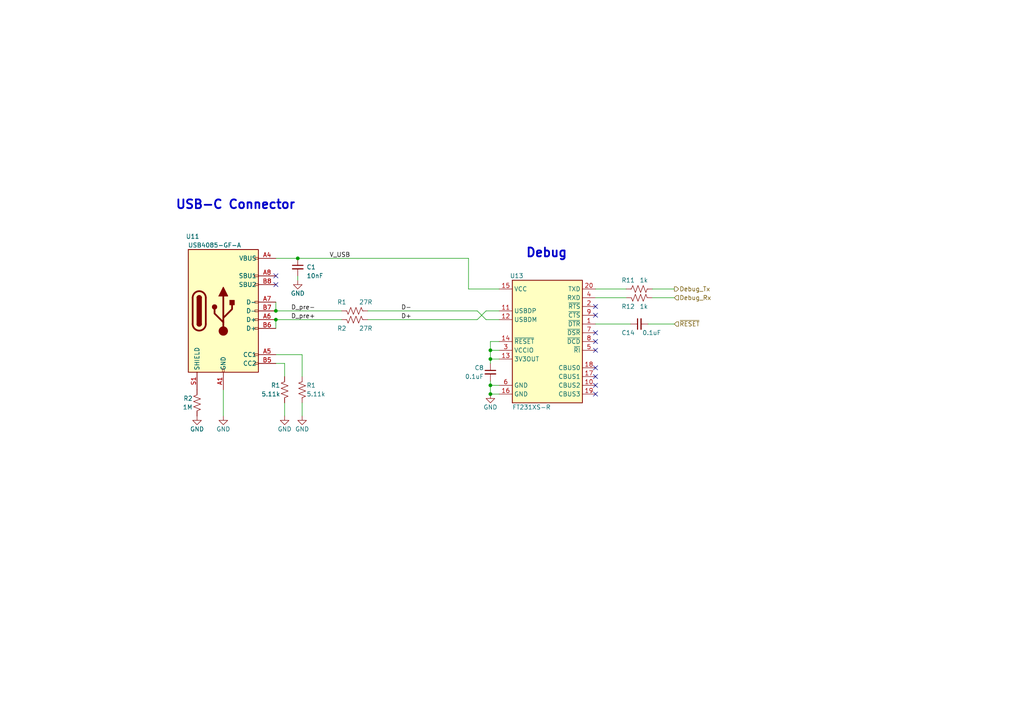
<source format=kicad_sch>
(kicad_sch (version 20230121) (generator eeschema)
  (paper "A4")
  (lib_symbols
    (symbol "0_libSyms_GBA:USB-C_connector_alt"
      (property "Reference" "U" (at -2.54 -2.54 0))
      (symbol "USB-C_connector_alt_0_0"
        (rectangle (start 9.906 0) (end 10.414 1.016))
        (rectangle (start 20.32 2.794) (end 19.304 2.286))
        (rectangle (start 20.32 5.334) (end 19.304 4.826))
        (rectangle (start 20.32 12.954) (end 19.304 12.446))
        (rectangle (start 20.32 15.494) (end 19.304 14.986))
        (rectangle (start 20.32 18.034) (end 19.304 17.526))
        (rectangle (start 20.32 20.574) (end 19.304 20.066))
        (rectangle (start 20.32 25.654) (end 19.304 25.146))
        (rectangle (start 20.32 28.194) (end 19.304 27.686))
        (rectangle (start 20.32 33.274) (end 19.304 32.766))
      )
      (symbol "USB-C_connector_alt_0_1"
        (polyline (pts (xy 1.27 13.97) (xy 1.27 21.59)) (stroke (width 0.508)))
        (polyline (pts (xy 5.08 21.59) (xy 5.08 13.97)) (stroke (width 0.508)))
        (polyline (pts (xy 10.16 11.938) (xy 10.16 22.098)) (stroke (width 0.508)))
        (polyline (pts (xy 10.16 14.478) (xy 7.62 17.018) (xy 7.62 18.288)) (stroke (width 0.508)))
        (polyline (pts (xy 10.16 15.748) (xy 12.7 18.288) (xy 12.7 19.558)) (stroke (width 0.508)))
        (polyline (pts (xy 8.89 22.098) (xy 10.16 24.638) (xy 11.43 22.098) (xy 8.89 22.098)) (stroke (width 0.254)) (fill (type outline)))
        (rectangle (start 0 35.56) (end 20.32 0) (stroke (width 0.254)) (fill (type background)))
        (arc (start 1.27 13.97) (mid 3.175 12.0733) (end 5.08 13.97) (stroke (width 0.508)))
        (arc (start 2.54 13.97) (mid 3.175 13.3377) (end 3.81 13.97) (stroke (width 0.254)))
        (arc (start 2.54 13.97) (mid 3.175 13.3377) (end 3.81 13.97) (stroke (width 0.254)) (fill (type outline)))
        (rectangle (start 2.54 13.97) (end 3.81 21.59) (stroke (width 0.254)) (fill (type outline)))
        (arc (start 3.81 21.59) (mid 3.175 22.2223) (end 2.54 21.59) (stroke (width 0.254)))
        (arc (start 3.81 21.59) (mid 3.175 22.2223) (end 2.54 21.59) (stroke (width 0.254)) (fill (type outline)))
        (arc (start 5.08 21.59) (mid 3.175 23.4867) (end 1.27 21.59) (stroke (width 0.508)))
        (circle (center 7.62 18.923) (radius 0.635) (stroke (width 0.254)) (fill (type outline)))
        (circle (center 10.16 11.938) (radius 1.27) (fill (type outline)))
        (rectangle (start 12.065 19.558) (end 13.335 20.828) (stroke (width 0.254)) (fill (type outline)))
      )
      (symbol "USB-C_connector_alt_1_1"
        (pin passive line (at 10.16 -5.08 90) (length 5.08) (name "GND") (number "A1"))
        (pin passive line (at 10.16 -5.08 90) (length 5.08) hide (name "GND") (number "A12"))
        (pin passive line (at 25.4 33.02 180) (length 5.08) (name "VBUS") (number "A4"))
        (pin bidirectional line (at 25.4 5.08 180) (length 5.08) (name "CC1") (number "A5"))
        (pin bidirectional line (at 25.4 15.24 180) (length 5.08) (name "D+") (number "A6"))
        (pin bidirectional line (at 25.4 20.32 180) (length 5.08) (name "D-") (number "A7"))
        (pin bidirectional line (at 25.4 27.94 180) (length 5.08) (name "SBU1") (number "A8"))
        (pin passive line (at 25.4 33.02 180) (length 5.08) hide (name "VBUS") (number "A9"))
        (pin passive line (at 10.16 -5.08 90) (length 5.08) hide (name "GND") (number "B1"))
        (pin passive line (at 10.16 -5.08 90) (length 5.08) hide (name "GND") (number "B12"))
        (pin passive line (at 25.4 33.02 180) (length 5.08) hide (name "VBUS") (number "B4"))
        (pin bidirectional line (at 25.4 2.54 180) (length 5.08) (name "CC2") (number "B5"))
        (pin bidirectional line (at 25.4 12.7 180) (length 5.08) (name "D+") (number "B6"))
        (pin bidirectional line (at 25.4 17.78 180) (length 5.08) (name "D-") (number "B7"))
        (pin bidirectional line (at 25.4 25.4 180) (length 5.08) (name "SBU2") (number "B8"))
        (pin passive line (at 25.4 33.02 180) (length 5.08) hide (name "VBUS") (number "B9"))
        (pin passive line (at 2.54 -5.08 90) (length 5.08) (name "SHIELD") (number "S1"))
      )
    )
    (symbol "0_libSyms_GBA:USB_working"
      (property "Reference" "U" (at 1.27 36.83 0))
      (symbol "USB_working_0_1"
        (rectangle (start 0 35.56) (end 20.32 0) (stroke (width 0.254)) (fill (type background)))
      )
      (symbol "USB_working_1_1"
        (pin output line (at 24.13 22.86 180) (length 3.81) (name "~{DTR}") (number "1"))
        (pin bidirectional line (at 24.13 5.08 180) (length 3.81) (name "CBUS2") (number "10"))
        (pin bidirectional line (at -3.81 26.67 0) (length 3.81) (name "USBDP") (number "11"))
        (pin bidirectional line (at -3.81 24.13 0) (length 3.81) (name "USBDM") (number "12"))
        (pin power_out line (at -3.81 12.7 0) (length 3.81) (name "3V3OUT") (number "13"))
        (pin input line (at -3.81 17.78 0) (length 3.81) (name "~{RESET}") (number "14"))
        (pin power_in line (at -3.81 33.02 0) (length 3.81) (name "VCC") (number "15"))
        (pin power_in line (at -3.81 2.54 0) (length 3.81) (name "GND") (number "16"))
        (pin bidirectional line (at 24.13 7.62 180) (length 3.81) (name "CBUS1") (number "17"))
        (pin bidirectional line (at 24.13 10.16 180) (length 3.81) (name "CBUS0") (number "18"))
        (pin bidirectional line (at 24.13 2.54 180) (length 3.81) (name "CBUS3") (number "19"))
        (pin output line (at 24.13 27.94 180) (length 3.81) (name "~{RTS}") (number "2"))
        (pin output line (at 24.13 33.02 180) (length 3.81) (name "TXD") (number "20"))
        (pin power_in line (at -3.81 15.24 0) (length 3.81) (name "VCCIO") (number "3"))
        (pin input line (at 24.13 30.48 180) (length 3.81) (name "RXD") (number "4"))
        (pin input line (at 24.13 15.24 180) (length 3.81) (name "~{RI}") (number "5"))
        (pin power_in line (at -3.81 5.08 0) (length 3.81) (name "GND") (number "6"))
        (pin input line (at 24.13 20.32 180) (length 3.81) (name "~{DSR}") (number "7"))
        (pin input line (at 24.13 17.78 180) (length 3.81) (name "~{DCD}") (number "8"))
        (pin input line (at 24.13 25.4 180) (length 3.81) (name "~{CTS}") (number "9"))
      )
    )
    (symbol "Device:C_Small" (pin_numbers hide) (pin_names (offset 0.254) hide)
      (property "Reference" "C" (at 0.254 1.778 0))
      (property "Value" "C_Small" (at 0.254 -2.032 0))
      (symbol "C_Small_0_1"
        (polyline (pts (xy -1.524 -0.508) (xy 1.524 -0.508)) (stroke (width 0.3302)))
        (polyline (pts (xy -1.524 0.508) (xy 1.524 0.508)) (stroke (width 0.3048)))
      )
      (symbol "C_Small_1_1"
        (pin passive line (at 0 2.54 270) (length 2.032) (name "~") (number "1"))
        (pin passive line (at 0 -2.54 90) (length 2.032) (name "~") (number "2"))
      )
    )
    (symbol "Device:R_US" (pin_numbers hide) (pin_names (offset 0))
      (property "Reference" "R" (at 2.54 0 90))
      (property "Value" "R_US" (at -2.54 0 90))
      (symbol "R_US_0_1"
        (polyline (pts (xy 0 -2.286) (xy 0 -2.54)))
        (polyline (pts (xy 0 2.286) (xy 0 2.54)))
        (polyline (pts (xy 0 -0.762) (xy 1.016 -1.143) (xy 0 -1.524) (xy -1.016 -1.905) (xy 0 -2.286)))
        (polyline (pts (xy 0 0.762) (xy 1.016 0.381) (xy 0 0) (xy -1.016 -0.381) (xy 0 -0.762)))
        (polyline (pts (xy 0 2.286) (xy 1.016 1.905) (xy 0 1.524) (xy -1.016 1.143) (xy 0 0.762)))
      )
      (symbol "R_US_1_1"
        (pin passive line (at 0 3.81 270) (length 1.27) (name "~") (number "1"))
        (pin passive line (at 0 -3.81 90) (length 1.27) (name "~") (number "2"))
      )
    )
    (symbol "power:GND" (power) (pin_names (offset 0))
      (property "Value" "GND" (at 0 -3.81 0))
      (symbol "GND_0_1"
        (polyline (pts (xy 0 0) (xy 0 -1.27) (xy 1.27 -1.27) (xy 0 -2.54) (xy -1.27 -1.27) (xy 0 -1.27)))
      )
      (symbol "GND_1_1"
        (pin power_in line (at 0 0 270) (length 0) hide (name "GND") (number "1"))
      )
    )
  )
  (junction (at 80.01 90.17))
  (junction (at 86.36 74.93))
  (junction (at 142.24 104.14))
  (junction (at 142.24 101.6))
  (junction (at 80.01 92.71))
  (junction (at 142.24 111.76))
  (junction (at 142.24 114.3))
  (no_connect (at 172.72 101.6))
  (no_connect (at 172.72 91.44))
  (no_connect (at 172.72 99.06))
  (no_connect (at 172.72 88.9))
  (no_connect (at 172.72 111.76))
  (no_connect (at 172.72 114.3))
  (no_connect (at 80.01 80.01))
  (no_connect (at 172.72 109.22))
  (no_connect (at 80.01 82.55))
  (no_connect (at 172.72 96.52))
  (no_connect (at 172.72 106.68))
  (wire (pts (xy 64.77 113.03) (xy 64.77 120.65)))
  (wire (pts (xy 82.55 116.84) (xy 82.55 120.65)))
  (wire (pts (xy 87.63 102.87) (xy 87.63 109.22)))
  (wire (pts (xy 144.78 99.06) (xy 142.24 99.06)))
  (wire (pts (xy 144.78 90.17) (xy 140.97 90.17)))
  (wire (pts (xy 87.63 116.84) (xy 87.63 120.65)))
  (wire (pts (xy 140.97 90.17) (xy 138.43 92.71)))
  (wire (pts (xy 142.24 99.06) (xy 142.24 101.6)))
  (wire (pts (xy 144.78 114.3) (xy 142.24 114.3)))
  (wire (pts (xy 80.01 92.71) (xy 80.01 95.25)))
  (wire (pts (xy 142.24 101.6) (xy 142.24 104.14)))
  (wire (pts (xy 189.23 83.82) (xy 195.58 83.82)))
  (wire (pts (xy 142.24 104.14) (xy 142.24 105.41)))
  (wire (pts (xy 144.78 104.14) (xy 142.24 104.14)))
  (wire (pts (xy 86.36 74.93) (xy 135.89 74.93)))
  (wire (pts (xy 142.24 114.3) (xy 142.24 111.76)))
  (wire (pts (xy 144.78 101.6) (xy 142.24 101.6)))
  (wire (pts (xy 187.96 93.98) (xy 195.58 93.98)))
  (wire (pts (xy 86.36 80.01) (xy 86.36 81.28)))
  (wire (pts (xy 80.01 87.63) (xy 80.01 90.17)))
  (wire (pts (xy 144.78 83.82) (xy 135.89 83.82)))
  (wire (pts (xy 82.55 105.41) (xy 82.55 109.22)))
  (wire (pts (xy 189.23 86.36) (xy 195.58 86.36)))
  (wire (pts (xy 135.89 83.82) (xy 135.89 74.93)))
  (wire (pts (xy 144.78 111.76) (xy 142.24 111.76)))
  (wire (pts (xy 80.01 102.87) (xy 87.63 102.87)))
  (wire (pts (xy 172.72 86.36) (xy 181.61 86.36)))
  (wire (pts (xy 172.72 93.98) (xy 182.88 93.98)))
  (wire (pts (xy 80.01 92.71) (xy 99.06 92.71)))
  (wire (pts (xy 106.68 92.71) (xy 138.43 92.71)))
  (wire (pts (xy 80.01 90.17) (xy 99.06 90.17)))
  (wire (pts (xy 80.01 74.93) (xy 86.36 74.93)))
  (wire (pts (xy 140.97 92.71) (xy 138.43 90.17)))
  (wire (pts (xy 172.72 83.82) (xy 181.61 83.82)))
  (wire (pts (xy 142.24 111.76) (xy 142.24 110.49)))
  (wire (pts (xy 80.01 105.41) (xy 82.55 105.41)))
  (wire (pts (xy 144.78 92.71) (xy 140.97 92.71)))
  (wire (pts (xy 106.68 90.17) (xy 138.43 90.17)))
  (text "Debug" (at 152.4 74.93 0) (effects (font (size 2.54 2.54) bold) (justify left bottom)))
  (text "USB-C Connector" (at 50.8 60.96 0) (effects (font (size 2.54 2.54) bold) (justify left bottom)))
  (label "D_pre-" (at 91.44 90.17 180))
  (label "D_pre+" (at 91.44 92.71 180))
  (label "D-" (at 119.38 90.17 180))
  (label "D+" (at 119.38 92.71 180))
  (label "V_USB" (at 101.6 74.93 180))
  (hierarchical_label "Debug_Tx" (shape output) (at 195.58 83.82 0))
  (hierarchical_label "Debug_Rx" (shape input) (at 195.58 86.36 0))
  (hierarchical_label "~{RESET}" (shape input) (at 195.58 93.98 0))
  (symbol (lib_id "Device:C_Small") (at 86.36 77.47 0) (unit 1)
    (property "Reference" "C1" (at 88.9 77.47 0) (effects (justify left)))
    (property "Value" "10nF" (at 88.9 80.01 0) (effects (justify left)))
    (property "Footprint" "Capacitor_SMD:C_0603_1608Metric_Pad1.08x0.95mm_HandSolder" (effects hide))
    (instances (project "GBA_Cartridge" (path "" (reference "C1") (unit 1)) (path "" (reference "C11") (unit 1))) (project "create 3 baseboard" (path "" (reference "C14") (unit 1))))
  )
  (symbol (lib_id "0_libSyms_GBA:USB-C_connector_alt") (at 54.61 107.95 0) (unit 1)
    (property "Reference" "U11" (at 55.88 68.58 0))
    (property "Value" "USB4085-GF-A" (at 62.23 71.12 0))
    (property "Footprint" "0_Library:USB-C" (effects hide))
  )
  (symbol (lib_id "Device:R_US") (at 87.63 113.03 0) (mirror x) (unit 1)
    (property "Reference" "R1" (at 88.9 111.76 0) (effects (justify left)))
    (property "Value" "5.11k" (at 88.9 114.3 0) (effects (justify left)))
    (property "Footprint" "Resistor_SMD:R_0805_2012Metric_Pad1.20x1.40mm_HandSolder" (effects hide))
    (instances (project "GBA_Cartridge" (path "" (reference "R1") (unit 1)) (path "" (reference "R13") (unit 1))) (project "create 3 baseboard" (path "" (reference "R10") (unit 1)) (path "" (reference "R15") (unit 1))))
  )
  (symbol (lib_id "power:GND") (at 82.55 120.65 0) (unit 1)
    (property "Reference" "#PWR03" (effects hide))
    (property "Value" "GND" (at 82.55 124.46 0))
    (instances (project "GBA_Cartridge" (path "" (reference "#PWR03") (unit 1)) (path "" (reference "#PWR046") (unit 1))) (project "create 3 baseboard" (path "" (reference "#PWR019") (unit 1))))
  )
  (symbol (lib_id "Device:R_US") (at 185.42 83.82 90) (unit 1)
    (property "Reference" "R11" (at 184.15 81.28 90) (effects (justify left)))
    (property "Value" "1k" (at 187.96 81.28 90) (effects (justify left)))
    (property "Footprint" "Resistor_SMD:R_0805_2012Metric_Pad1.20x1.40mm_HandSolder" (effects hide))
    (instances (project "TTL_tester" (path "" (reference "R11") (unit 1))) (project "GBA_Cartridge" (path "" (reference "R18") (unit 1))) (project "topNotch_tester" (path "" (reference "R14") (unit 1))))
  )
  (symbol (lib_id "Device:C_Small") (at 185.42 93.98 90) (mirror x) (unit 1)
    (property "Reference" "C14" (at 184.15 96.52 90) (effects (justify left)))
    (property "Value" "0.1uF" (at 191.77 96.52 90) (effects (justify left)))
    (property "Footprint" "Capacitor_SMD:C_0603_1608Metric_Pad1.08x0.95mm_HandSolder" (effects hide))
    (instances (project "TTL_tester" (path "" (reference "C14") (unit 1))) (project "GBA_Cartridge" (path "" (reference "C18") (unit 1))) (project "topNotch_tester" (path "" (reference "C32") (unit 1))))
  )
  (symbol (lib_id "power:GND") (at 142.24 114.3 0) (unit 1)
    (property "Reference" "#PWR039" (effects hide))
    (property "Value" "GND" (at 142.24 118.11 0))
    (instances (project "TTL_tester" (path "" (reference "#PWR039") (unit 1))) (project "GBA_Cartridge" (path "" (reference "#PWR055") (unit 1))) (project "topNotch_tester" (path "" (reference "#PWR072") (unit 1))))
  )
  (symbol (lib_id "0_libSyms_GBA:USB_working") (at 148.59 116.84 0) (unit 1)
    (property "Reference" "U13" (at 149.86 80.01 0))
    (property "Value" "FT231XS-R" (at 148.59 118.11 0) (effects (justify left)))
    (property "Footprint" "Package_SO:SSOP-20_3.9x8.7mm_P0.635mm" (effects hide))
  )
  (symbol (lib_id "Device:R_US") (at 57.15 116.84 0) (mirror x) (unit 1)
    (property "Reference" "R2" (at 55.88 115.57 0) (effects (justify right)))
    (property "Value" "1M" (at 55.88 118.11 0) (effects (justify right)))
    (property "Footprint" "Resistor_SMD:R_0805_2012Metric_Pad1.20x1.40mm_HandSolder" (effects hide))
    (instances (project "GBA_Cartridge" (path "" (reference "R2") (unit 1)) (path "" (reference "R11") (unit 1))) (project "create 3 baseboard" (path "" (reference "R10") (unit 1)) (path "" (reference "R16") (unit 1))))
  )
  (symbol (lib_id "power:GND") (at 86.36 81.28 0) (unit 1)
    (property "Reference" "#PWR04" (effects hide))
    (property "Value" "GND" (at 86.36 85.09 0))
    (instances (project "GBA_Cartridge" (path "" (reference "#PWR04") (unit 1)) (path "" (reference "#PWR047") (unit 1))) (project "create 3 baseboard" (path "" (reference "#PWR052") (unit 1))))
  )
  (symbol (lib_id "Device:C_Small") (at 142.24 107.95 0) (mirror y) (unit 1)
    (property "Reference" "C8" (at 140.335 106.68 0) (effects (justify left)))
    (property "Value" "0.1uF" (at 140.335 109.22 0) (effects (justify left)))
    (property "Footprint" "Capacitor_SMD:C_0603_1608Metric_Pad1.08x0.95mm_HandSolder" (effects hide))
    (instances (project "TTL_tester" (path "" (reference "C8") (unit 1)) (path "" (reference "C18") (unit 1))) (project "GBA_Cartridge" (path "" (reference "C17") (unit 1))) (project "topNotch_tester" (path "" (reference "C21") (unit 1))))
  )
  (symbol (lib_id "power:GND") (at 64.77 120.65 0) (unit 1)
    (property "Reference" "#PWR03" (effects hide))
    (property "Value" "GND" (at 64.77 124.46 0))
    (instances (project "GBA_Cartridge" (path "" (reference "#PWR03") (unit 1)) (path "" (reference "#PWR045") (unit 1))) (project "create 3 baseboard" (path "" (reference "#PWR019") (unit 1))))
  )
  (symbol (lib_id "Device:R_US") (at 185.42 86.36 90) (mirror x) (unit 1)
    (property "Reference" "R12" (at 184.15 88.9 90) (effects (justify left)))
    (property "Value" "1k" (at 187.96 88.9 90) (effects (justify left)))
    (property "Footprint" "Resistor_SMD:R_0805_2012Metric_Pad1.20x1.40mm_HandSolder" (effects hide))
    (instances (project "TTL_tester" (path "" (reference "R12") (unit 1))) (project "GBA_Cartridge" (path "" (reference "R19") (unit 1))) (project "topNotch_tester" (path "" (reference "R15") (unit 1))))
  )
  (symbol (lib_id "Device:R_US") (at 102.87 90.17 90) (mirror x) (unit 1)
    (property "Reference" "R1" (at 97.79 87.63 90) (effects (justify right)))
    (property "Value" "27R" (at 104.14 87.63 90) (effects (justify right)))
    (property "Footprint" "Resistor_SMD:R_0805_2012Metric_Pad1.20x1.40mm_HandSolder" (effects hide))
    (instances (project "GBA_Cartridge" (path "" (reference "R1") (unit 1)) (path "" (reference "R14") (unit 1))) (project "create 3 baseboard" (path "" (reference "R10") (unit 1)) (path "" (reference "R15") (unit 1))))
  )
  (symbol (lib_id "power:GND") (at 87.63 120.65 0) (unit 1)
    (property "Reference" "#PWR03" (effects hide))
    (property "Value" "GND" (at 87.63 124.46 0))
    (instances (project "GBA_Cartridge" (path "" (reference "#PWR03") (unit 1)) (path "" (reference "#PWR048") (unit 1))) (project "create 3 baseboard" (path "" (reference "#PWR019") (unit 1))))
  )
  (symbol (lib_id "Device:R_US") (at 82.55 113.03 0) (mirror x) (unit 1)
    (property "Reference" "R1" (at 81.28 111.76 0) (effects (justify right)))
    (property "Value" "5.11k" (at 81.28 114.3 0) (effects (justify right)))
    (property "Footprint" "Resistor_SMD:R_0805_2012Metric_Pad1.20x1.40mm_HandSolder" (effects hide))
    (instances (project "GBA_Cartridge" (path "" (reference "R1") (unit 1)) (path "" (reference "R12") (unit 1))) (project "create 3 baseboard" (path "" (reference "R10") (unit 1)) (path "" (reference "R15") (unit 1))))
  )
  (symbol (lib_id "power:GND") (at 57.15 120.65 0) (unit 1)
    (property "Reference" "#PWR03" (effects hide))
    (property "Value" "GND" (at 57.15 124.46 0))
    (instances (project "GBA_Cartridge" (path "" (reference "#PWR03") (unit 1)) (path "" (reference "#PWR044") (unit 1))) (project "create 3 baseboard" (path "" (reference "#PWR019") (unit 1))))
  )
  (symbol (lib_id "Device:R_US") (at 102.87 92.71 90) (mirror x) (unit 1)
    (property "Reference" "R2" (at 97.79 95.25 90) (effects (justify right)))
    (property "Value" "27R" (at 104.14 95.25 90) (effects (justify right)))
    (property "Footprint" "Resistor_SMD:R_0805_2012Metric_Pad1.20x1.40mm_HandSolder" (effects hide))
    (instances (project "GBA_Cartridge" (path "" (reference "R2") (unit 1)) (path "" (reference "R15") (unit 1))) (project "create 3 baseboard" (path "" (reference "R10") (unit 1)) (path "" (reference "R16") (unit 1))))
  )
)
</source>
